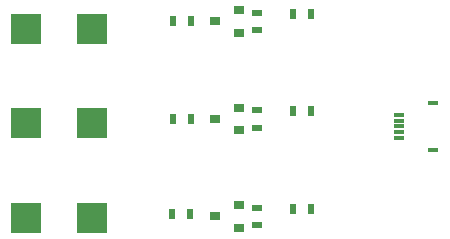
<source format=gbr>
G04 EAGLE Gerber RS-274X export*
G75*
%MOMM*%
%FSLAX34Y34*%
%LPD*%
%INSolderpaste Bottom*%
%IPPOS*%
%AMOC8*
5,1,8,0,0,1.08239X$1,22.5*%
G01*
%ADD10R,2.600000X2.600000*%
%ADD11R,0.850000X0.300000*%
%ADD12R,0.950000X0.400000*%
%ADD13R,0.900000X0.800000*%
%ADD14R,0.889000X0.609600*%
%ADD15R,0.609600X0.889000*%


D10*
X178000Y240000D03*
X122000Y240000D03*
D11*
X438150Y327500D03*
X438150Y322500D03*
X438150Y317500D03*
X438150Y312500D03*
D12*
X466900Y337500D03*
X466900Y297500D03*
D11*
X438150Y307500D03*
D13*
X302133Y333248D03*
X302133Y314452D03*
X282067Y323850D03*
X302133Y415798D03*
X302133Y397002D03*
X282067Y406400D03*
X302133Y250698D03*
X302133Y231902D03*
X282067Y241300D03*
D14*
X317500Y316357D03*
X317500Y331343D03*
D15*
X348107Y330200D03*
X363093Y330200D03*
D14*
X317500Y233807D03*
X317500Y248793D03*
D15*
X348107Y247650D03*
X363093Y247650D03*
D14*
X317500Y398907D03*
X317500Y413893D03*
D15*
X348107Y412750D03*
X363093Y412750D03*
X245907Y243600D03*
X260893Y243600D03*
D10*
X178000Y320000D03*
X122000Y320000D03*
D15*
X246507Y323850D03*
X261493Y323850D03*
D10*
X178000Y400000D03*
X122000Y400000D03*
D15*
X246507Y406400D03*
X261493Y406400D03*
M02*

</source>
